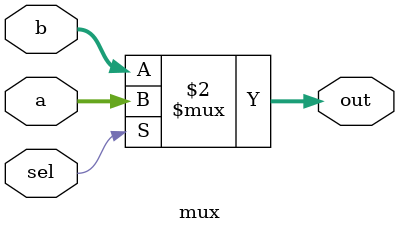
<source format=v>
module mux( 
input [4:0] a, b,
input sel,
output [4:0] out );
// When sel=0, assign a to out. 
// When sel=1, assign b to out.
always@(*)
  out <= sel ? a : b;
endmodule

</source>
